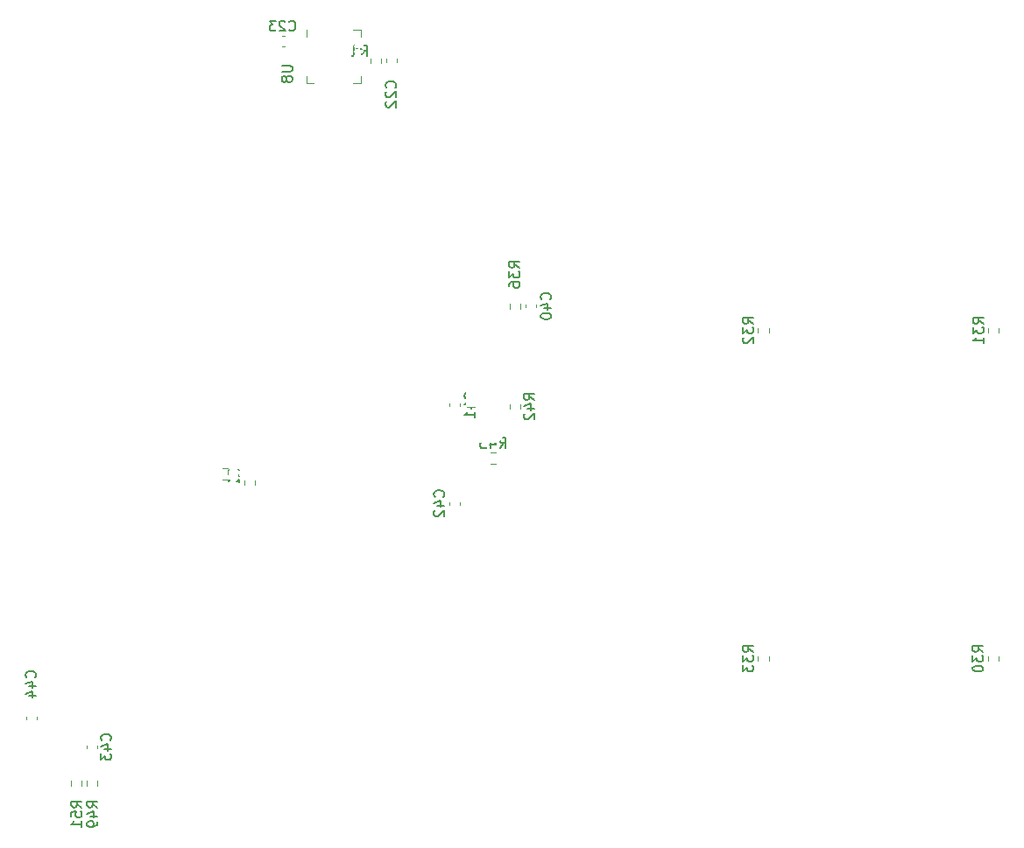
<source format=gbo>
G04 #@! TF.GenerationSoftware,KiCad,Pcbnew,(5.1.8)-1*
G04 #@! TF.CreationDate,2021-02-16T13:32:15+03:00*
G04 #@! TF.ProjectId,3d_print_main,33645f70-7269-46e7-945f-6d61696e2e6b,rev?*
G04 #@! TF.SameCoordinates,Original*
G04 #@! TF.FileFunction,Legend,Bot*
G04 #@! TF.FilePolarity,Positive*
%FSLAX46Y46*%
G04 Gerber Fmt 4.6, Leading zero omitted, Abs format (unit mm)*
G04 Created by KiCad (PCBNEW (5.1.8)-1) date 2021-02-16 13:32:15*
%MOMM*%
%LPD*%
G01*
G04 APERTURE LIST*
%ADD10C,0.120000*%
%ADD11C,0.150000*%
%ADD12O,1.902000X3.702000*%
%ADD13O,1.802000X1.802000*%
%ADD14C,2.102000*%
%ADD15C,1.852000*%
%ADD16C,1.802000*%
%ADD17O,3.702000X1.902000*%
%ADD18C,6.502000*%
%ADD19C,0.902000*%
%ADD20C,1.402000*%
%ADD21C,3.602000*%
%ADD22O,4.102000X3.102000*%
%ADD23C,1.552000*%
%ADD24O,1.302000X2.002000*%
%ADD25O,1.702000X1.702000*%
%ADD26O,2.302000X2.302000*%
%ADD27C,1.102000*%
G04 APERTURE END LIST*
D10*
X127268500Y-103298258D02*
X127268500Y-102823742D01*
X126223500Y-103298258D02*
X126223500Y-102823742D01*
X128792500Y-103298258D02*
X128792500Y-102823742D01*
X127747500Y-103298258D02*
X127747500Y-102823742D01*
X167306258Y-71105500D02*
X166831742Y-71105500D01*
X167306258Y-72150500D02*
X166831742Y-72150500D01*
X169686500Y-66848259D02*
X169686500Y-66373743D01*
X168641500Y-66848259D02*
X168641500Y-66373743D01*
X169686500Y-57176259D02*
X169686500Y-56701743D01*
X168641500Y-57176259D02*
X168641500Y-56701743D01*
X192672502Y-90757742D02*
X192672502Y-91232258D01*
X193717502Y-90757742D02*
X193717502Y-91232258D01*
X192672500Y-59007742D02*
X192672500Y-59482258D01*
X193717500Y-59007742D02*
X193717500Y-59482258D01*
X214897500Y-59007742D02*
X214897500Y-59482258D01*
X215942500Y-59007742D02*
X215942500Y-59482258D01*
X214869500Y-90757742D02*
X214869500Y-91232258D01*
X215914500Y-90757742D02*
X215914500Y-91232258D01*
X122938000Y-96901579D02*
X122938000Y-96620419D01*
X121918000Y-96901579D02*
X121918000Y-96620419D01*
X128780000Y-99695580D02*
X128780000Y-99414420D01*
X127760000Y-99695580D02*
X127760000Y-99414420D01*
X162812000Y-75854422D02*
X162812000Y-76135582D01*
X163832000Y-75854422D02*
X163832000Y-76135582D01*
X162812000Y-66329419D02*
X162812000Y-66610579D01*
X163832000Y-66329419D02*
X163832000Y-66610579D01*
X170178000Y-56755420D02*
X170178000Y-57036580D01*
X171198000Y-56755420D02*
X171198000Y-57036580D01*
X146671420Y-31752000D02*
X146952580Y-31752000D01*
X146671420Y-30732000D02*
X146952580Y-30732000D01*
X149028000Y-34651000D02*
X149028000Y-35376000D01*
X149028000Y-35376000D02*
X149753000Y-35376000D01*
X154248000Y-30881000D02*
X154248000Y-30156000D01*
X154248000Y-30156000D02*
X153523000Y-30156000D01*
X154248000Y-34651000D02*
X154248000Y-35376000D01*
X154248000Y-35376000D02*
X153523000Y-35376000D01*
X149028000Y-30881000D02*
X149028000Y-30156000D01*
X142987500Y-73739742D02*
X142987500Y-74214258D01*
X144032500Y-73739742D02*
X144032500Y-74214258D01*
X141398258Y-72629500D02*
X140923742Y-72629500D01*
X141398258Y-73674500D02*
X140923742Y-73674500D01*
X155179500Y-32937742D02*
X155179500Y-33412258D01*
X156224500Y-32937742D02*
X156224500Y-33412258D01*
X156716000Y-32984420D02*
X156716000Y-33265580D01*
X157736000Y-32984420D02*
X157736000Y-33265580D01*
D11*
X127297379Y-105403142D02*
X126821189Y-105069809D01*
X127297379Y-104831714D02*
X126297379Y-104831714D01*
X126297379Y-105212666D01*
X126344999Y-105307904D01*
X126392618Y-105355523D01*
X126487856Y-105403142D01*
X126630713Y-105403142D01*
X126725951Y-105355523D01*
X126773570Y-105307904D01*
X126821189Y-105212666D01*
X126821189Y-104831714D01*
X126297379Y-106307904D02*
X126297379Y-105831714D01*
X126773570Y-105784095D01*
X126725951Y-105831714D01*
X126678332Y-105926952D01*
X126678332Y-106165047D01*
X126725951Y-106260285D01*
X126773570Y-106307904D01*
X126868808Y-106355523D01*
X127106903Y-106355523D01*
X127202141Y-106307904D01*
X127249760Y-106260285D01*
X127297379Y-106165047D01*
X127297379Y-105926952D01*
X127249760Y-105831714D01*
X127202141Y-105784095D01*
X127297379Y-107307904D02*
X127297379Y-106736476D01*
X127297379Y-107022190D02*
X126297379Y-107022190D01*
X126440237Y-106926952D01*
X126535475Y-106831714D01*
X126583094Y-106736476D01*
X128821379Y-105403142D02*
X128345189Y-105069809D01*
X128821379Y-104831714D02*
X127821379Y-104831714D01*
X127821379Y-105212666D01*
X127868999Y-105307904D01*
X127916618Y-105355523D01*
X128011856Y-105403142D01*
X128154713Y-105403142D01*
X128249951Y-105355523D01*
X128297570Y-105307904D01*
X128345189Y-105212666D01*
X128345189Y-104831714D01*
X128154713Y-106260285D02*
X128821379Y-106260285D01*
X127773760Y-106022190D02*
X128488046Y-105784095D01*
X128488046Y-106403142D01*
X128821379Y-106831714D02*
X128821379Y-107022190D01*
X128773760Y-107117428D01*
X128726141Y-107165047D01*
X128583284Y-107260285D01*
X128392808Y-107307904D01*
X128011856Y-107307904D01*
X127916618Y-107260285D01*
X127868999Y-107212666D01*
X127821379Y-107117428D01*
X127821379Y-106926952D01*
X127868999Y-106831714D01*
X127916618Y-106784095D01*
X128011856Y-106736476D01*
X128249951Y-106736476D01*
X128345189Y-106784095D01*
X128392808Y-106831714D01*
X128440427Y-106926952D01*
X128440427Y-107117428D01*
X128392808Y-107212666D01*
X128345189Y-107260285D01*
X128249951Y-107307904D01*
X167711857Y-70650380D02*
X168045190Y-70174190D01*
X168283285Y-70650380D02*
X168283285Y-69650380D01*
X167902333Y-69650380D01*
X167807095Y-69698000D01*
X167759476Y-69745619D01*
X167711857Y-69840857D01*
X167711857Y-69983714D01*
X167759476Y-70078952D01*
X167807095Y-70126571D01*
X167902333Y-70174190D01*
X168283285Y-70174190D01*
X166854714Y-69983714D02*
X166854714Y-70650380D01*
X167092809Y-69602761D02*
X167330904Y-70317047D01*
X166711857Y-70317047D01*
X166426142Y-69650380D02*
X165807095Y-69650380D01*
X166140428Y-70031333D01*
X165997571Y-70031333D01*
X165902333Y-70078952D01*
X165854714Y-70126571D01*
X165807095Y-70221809D01*
X165807095Y-70459904D01*
X165854714Y-70555142D01*
X165902333Y-70602761D01*
X165997571Y-70650380D01*
X166283285Y-70650380D01*
X166378523Y-70602761D01*
X166426142Y-70555142D01*
X171046380Y-65968143D02*
X170570190Y-65634810D01*
X171046380Y-65396715D02*
X170046380Y-65396715D01*
X170046380Y-65777667D01*
X170094000Y-65872905D01*
X170141619Y-65920524D01*
X170236857Y-65968143D01*
X170379714Y-65968143D01*
X170474952Y-65920524D01*
X170522571Y-65872905D01*
X170570190Y-65777667D01*
X170570190Y-65396715D01*
X170379714Y-66825286D02*
X171046380Y-66825286D01*
X169998761Y-66587191D02*
X170713047Y-66349096D01*
X170713047Y-66968143D01*
X170141619Y-67301477D02*
X170094000Y-67349096D01*
X170046380Y-67444334D01*
X170046380Y-67682429D01*
X170094000Y-67777667D01*
X170141619Y-67825286D01*
X170236857Y-67872905D01*
X170332095Y-67872905D01*
X170474952Y-67825286D01*
X171046380Y-67253858D01*
X171046380Y-67872905D01*
X169616380Y-53205142D02*
X169140190Y-52871809D01*
X169616380Y-52633714D02*
X168616380Y-52633714D01*
X168616380Y-53014666D01*
X168664000Y-53109904D01*
X168711619Y-53157523D01*
X168806857Y-53205142D01*
X168949714Y-53205142D01*
X169044952Y-53157523D01*
X169092571Y-53109904D01*
X169140190Y-53014666D01*
X169140190Y-52633714D01*
X168616380Y-53538476D02*
X168616380Y-54157523D01*
X168997333Y-53824190D01*
X168997333Y-53967047D01*
X169044952Y-54062285D01*
X169092571Y-54109904D01*
X169187809Y-54157523D01*
X169425904Y-54157523D01*
X169521142Y-54109904D01*
X169568761Y-54062285D01*
X169616380Y-53967047D01*
X169616380Y-53681333D01*
X169568761Y-53586095D01*
X169521142Y-53538476D01*
X168616380Y-55014666D02*
X168616380Y-54824190D01*
X168664000Y-54728952D01*
X168711619Y-54681333D01*
X168854476Y-54586095D01*
X169044952Y-54538476D01*
X169425904Y-54538476D01*
X169521142Y-54586095D01*
X169568761Y-54633714D01*
X169616380Y-54728952D01*
X169616380Y-54919428D01*
X169568761Y-55014666D01*
X169521142Y-55062285D01*
X169425904Y-55109904D01*
X169187809Y-55109904D01*
X169092571Y-55062285D01*
X169044952Y-55014666D01*
X168997333Y-54919428D01*
X168997333Y-54728952D01*
X169044952Y-54633714D01*
X169092571Y-54586095D01*
X169187809Y-54538476D01*
X192217382Y-90352142D02*
X191741192Y-90018809D01*
X192217382Y-89780714D02*
X191217382Y-89780714D01*
X191217382Y-90161666D01*
X191265002Y-90256904D01*
X191312621Y-90304523D01*
X191407859Y-90352142D01*
X191550716Y-90352142D01*
X191645954Y-90304523D01*
X191693573Y-90256904D01*
X191741192Y-90161666D01*
X191741192Y-89780714D01*
X191217382Y-90685476D02*
X191217382Y-91304523D01*
X191598335Y-90971190D01*
X191598335Y-91114047D01*
X191645954Y-91209285D01*
X191693573Y-91256904D01*
X191788811Y-91304523D01*
X192026906Y-91304523D01*
X192122144Y-91256904D01*
X192169763Y-91209285D01*
X192217382Y-91114047D01*
X192217382Y-90828333D01*
X192169763Y-90733095D01*
X192122144Y-90685476D01*
X191217382Y-91637857D02*
X191217382Y-92256904D01*
X191598335Y-91923571D01*
X191598335Y-92066428D01*
X191645954Y-92161666D01*
X191693573Y-92209285D01*
X191788811Y-92256904D01*
X192026906Y-92256904D01*
X192122144Y-92209285D01*
X192169763Y-92161666D01*
X192217382Y-92066428D01*
X192217382Y-91780714D01*
X192169763Y-91685476D01*
X192122144Y-91637857D01*
X192217380Y-58602142D02*
X191741190Y-58268809D01*
X192217380Y-58030714D02*
X191217380Y-58030714D01*
X191217380Y-58411666D01*
X191265000Y-58506904D01*
X191312619Y-58554523D01*
X191407857Y-58602142D01*
X191550714Y-58602142D01*
X191645952Y-58554523D01*
X191693571Y-58506904D01*
X191741190Y-58411666D01*
X191741190Y-58030714D01*
X191217380Y-58935476D02*
X191217380Y-59554523D01*
X191598333Y-59221190D01*
X191598333Y-59364047D01*
X191645952Y-59459285D01*
X191693571Y-59506904D01*
X191788809Y-59554523D01*
X192026904Y-59554523D01*
X192122142Y-59506904D01*
X192169761Y-59459285D01*
X192217380Y-59364047D01*
X192217380Y-59078333D01*
X192169761Y-58983095D01*
X192122142Y-58935476D01*
X191312619Y-59935476D02*
X191265000Y-59983095D01*
X191217380Y-60078333D01*
X191217380Y-60316428D01*
X191265000Y-60411666D01*
X191312619Y-60459285D01*
X191407857Y-60506904D01*
X191503095Y-60506904D01*
X191645952Y-60459285D01*
X192217380Y-59887857D01*
X192217380Y-60506904D01*
X214442380Y-58602142D02*
X213966190Y-58268809D01*
X214442380Y-58030714D02*
X213442380Y-58030714D01*
X213442380Y-58411666D01*
X213490000Y-58506904D01*
X213537619Y-58554523D01*
X213632857Y-58602142D01*
X213775714Y-58602142D01*
X213870952Y-58554523D01*
X213918571Y-58506904D01*
X213966190Y-58411666D01*
X213966190Y-58030714D01*
X213442380Y-58935476D02*
X213442380Y-59554523D01*
X213823333Y-59221190D01*
X213823333Y-59364047D01*
X213870952Y-59459285D01*
X213918571Y-59506904D01*
X214013809Y-59554523D01*
X214251904Y-59554523D01*
X214347142Y-59506904D01*
X214394761Y-59459285D01*
X214442380Y-59364047D01*
X214442380Y-59078333D01*
X214394761Y-58983095D01*
X214347142Y-58935476D01*
X214442380Y-60506904D02*
X214442380Y-59935476D01*
X214442380Y-60221190D02*
X213442380Y-60221190D01*
X213585238Y-60125952D01*
X213680476Y-60030714D01*
X213728095Y-59935476D01*
X214414380Y-90352142D02*
X213938190Y-90018809D01*
X214414380Y-89780714D02*
X213414380Y-89780714D01*
X213414380Y-90161666D01*
X213462000Y-90256904D01*
X213509619Y-90304523D01*
X213604857Y-90352142D01*
X213747714Y-90352142D01*
X213842952Y-90304523D01*
X213890571Y-90256904D01*
X213938190Y-90161666D01*
X213938190Y-89780714D01*
X213414380Y-90685476D02*
X213414380Y-91304523D01*
X213795333Y-90971190D01*
X213795333Y-91114047D01*
X213842952Y-91209285D01*
X213890571Y-91256904D01*
X213985809Y-91304523D01*
X214223904Y-91304523D01*
X214319142Y-91256904D01*
X214366761Y-91209285D01*
X214414380Y-91114047D01*
X214414380Y-90828333D01*
X214366761Y-90733095D01*
X214319142Y-90685476D01*
X213414380Y-91923571D02*
X213414380Y-92018809D01*
X213462000Y-92114047D01*
X213509619Y-92161666D01*
X213604857Y-92209285D01*
X213795333Y-92256904D01*
X214033428Y-92256904D01*
X214223904Y-92209285D01*
X214319142Y-92161666D01*
X214366761Y-92114047D01*
X214414380Y-92018809D01*
X214414380Y-91923571D01*
X214366761Y-91828333D01*
X214319142Y-91780714D01*
X214223904Y-91733095D01*
X214033428Y-91685476D01*
X213795333Y-91685476D01*
X213604857Y-91733095D01*
X213509619Y-91780714D01*
X213462000Y-91828333D01*
X213414380Y-91923571D01*
X122785142Y-92829142D02*
X122832761Y-92781523D01*
X122880380Y-92638666D01*
X122880380Y-92543428D01*
X122832761Y-92400571D01*
X122737523Y-92305333D01*
X122642285Y-92257714D01*
X122451809Y-92210095D01*
X122308952Y-92210095D01*
X122118476Y-92257714D01*
X122023238Y-92305333D01*
X121928000Y-92400571D01*
X121880380Y-92543428D01*
X121880380Y-92638666D01*
X121928000Y-92781523D01*
X121975619Y-92829142D01*
X122213714Y-93686285D02*
X122880380Y-93686285D01*
X121832761Y-93448190D02*
X122547047Y-93210095D01*
X122547047Y-93829142D01*
X122213714Y-94638666D02*
X122880380Y-94638666D01*
X121832761Y-94400571D02*
X122547047Y-94162476D01*
X122547047Y-94781523D01*
X130057142Y-98912142D02*
X130104761Y-98864523D01*
X130152380Y-98721666D01*
X130152380Y-98626428D01*
X130104761Y-98483571D01*
X130009523Y-98388333D01*
X129914285Y-98340714D01*
X129723809Y-98293095D01*
X129580952Y-98293095D01*
X129390476Y-98340714D01*
X129295238Y-98388333D01*
X129200000Y-98483571D01*
X129152380Y-98626428D01*
X129152380Y-98721666D01*
X129200000Y-98864523D01*
X129247619Y-98912142D01*
X129485714Y-99769285D02*
X130152380Y-99769285D01*
X129104761Y-99531190D02*
X129819047Y-99293095D01*
X129819047Y-99912142D01*
X129152380Y-100197857D02*
X129152380Y-100816904D01*
X129533333Y-100483571D01*
X129533333Y-100626428D01*
X129580952Y-100721666D01*
X129628571Y-100769285D01*
X129723809Y-100816904D01*
X129961904Y-100816904D01*
X130057142Y-100769285D01*
X130104761Y-100721666D01*
X130152380Y-100626428D01*
X130152380Y-100340714D01*
X130104761Y-100245476D01*
X130057142Y-100197857D01*
X162249142Y-75352144D02*
X162296761Y-75304525D01*
X162344380Y-75161668D01*
X162344380Y-75066430D01*
X162296761Y-74923573D01*
X162201523Y-74828335D01*
X162106285Y-74780716D01*
X161915809Y-74733097D01*
X161772952Y-74733097D01*
X161582476Y-74780716D01*
X161487238Y-74828335D01*
X161392000Y-74923573D01*
X161344380Y-75066430D01*
X161344380Y-75161668D01*
X161392000Y-75304525D01*
X161439619Y-75352144D01*
X161677714Y-76209287D02*
X162344380Y-76209287D01*
X161296761Y-75971192D02*
X162011047Y-75733097D01*
X162011047Y-76352144D01*
X161439619Y-76685478D02*
X161392000Y-76733097D01*
X161344380Y-76828335D01*
X161344380Y-77066430D01*
X161392000Y-77161668D01*
X161439619Y-77209287D01*
X161534857Y-77256906D01*
X161630095Y-77256906D01*
X161772952Y-77209287D01*
X162344380Y-76637859D01*
X162344380Y-77256906D01*
X165203142Y-65814140D02*
X165250761Y-65766521D01*
X165298380Y-65623664D01*
X165298380Y-65528426D01*
X165250761Y-65385569D01*
X165155523Y-65290331D01*
X165060285Y-65242712D01*
X164869809Y-65195093D01*
X164726952Y-65195093D01*
X164536476Y-65242712D01*
X164441238Y-65290331D01*
X164346000Y-65385569D01*
X164298380Y-65528426D01*
X164298380Y-65623664D01*
X164346000Y-65766521D01*
X164393619Y-65814140D01*
X164631714Y-66671283D02*
X165298380Y-66671283D01*
X164250761Y-66433188D02*
X164965047Y-66195093D01*
X164965047Y-66814140D01*
X165298380Y-67718902D02*
X165298380Y-67147474D01*
X165298380Y-67433188D02*
X164298380Y-67433188D01*
X164441238Y-67337950D01*
X164536476Y-67242712D01*
X164584095Y-67147474D01*
X172569142Y-56253142D02*
X172616761Y-56205523D01*
X172664380Y-56062666D01*
X172664380Y-55967428D01*
X172616761Y-55824571D01*
X172521523Y-55729333D01*
X172426285Y-55681714D01*
X172235809Y-55634095D01*
X172092952Y-55634095D01*
X171902476Y-55681714D01*
X171807238Y-55729333D01*
X171712000Y-55824571D01*
X171664380Y-55967428D01*
X171664380Y-56062666D01*
X171712000Y-56205523D01*
X171759619Y-56253142D01*
X171997714Y-57110285D02*
X172664380Y-57110285D01*
X171616761Y-56872190D02*
X172331047Y-56634095D01*
X172331047Y-57253142D01*
X171664380Y-57824571D02*
X171664380Y-57919809D01*
X171712000Y-58015047D01*
X171759619Y-58062666D01*
X171854857Y-58110285D01*
X172045333Y-58157904D01*
X172283428Y-58157904D01*
X172473904Y-58110285D01*
X172569142Y-58062666D01*
X172616761Y-58015047D01*
X172664380Y-57919809D01*
X172664380Y-57824571D01*
X172616761Y-57729333D01*
X172569142Y-57681714D01*
X172473904Y-57634095D01*
X172283428Y-57586476D01*
X172045333Y-57586476D01*
X171854857Y-57634095D01*
X171759619Y-57681714D01*
X171712000Y-57729333D01*
X171664380Y-57824571D01*
X147340857Y-30202142D02*
X147388476Y-30249761D01*
X147531333Y-30297380D01*
X147626571Y-30297380D01*
X147769428Y-30249761D01*
X147864666Y-30154523D01*
X147912285Y-30059285D01*
X147959904Y-29868809D01*
X147959904Y-29725952D01*
X147912285Y-29535476D01*
X147864666Y-29440238D01*
X147769428Y-29345000D01*
X147626571Y-29297380D01*
X147531333Y-29297380D01*
X147388476Y-29345000D01*
X147340857Y-29392619D01*
X146959904Y-29392619D02*
X146912285Y-29345000D01*
X146817047Y-29297380D01*
X146578952Y-29297380D01*
X146483714Y-29345000D01*
X146436095Y-29392619D01*
X146388476Y-29487857D01*
X146388476Y-29583095D01*
X146436095Y-29725952D01*
X147007523Y-30297380D01*
X146388476Y-30297380D01*
X146055142Y-29297380D02*
X145436095Y-29297380D01*
X145769428Y-29678333D01*
X145626571Y-29678333D01*
X145531333Y-29725952D01*
X145483714Y-29773571D01*
X145436095Y-29868809D01*
X145436095Y-30106904D01*
X145483714Y-30202142D01*
X145531333Y-30249761D01*
X145626571Y-30297380D01*
X145912285Y-30297380D01*
X146007523Y-30249761D01*
X146055142Y-30202142D01*
X146645380Y-33655095D02*
X147454904Y-33655095D01*
X147550142Y-33702714D01*
X147597761Y-33750333D01*
X147645380Y-33845571D01*
X147645380Y-34036047D01*
X147597761Y-34131285D01*
X147550142Y-34178904D01*
X147454904Y-34226523D01*
X146645380Y-34226523D01*
X147073952Y-34845571D02*
X147026333Y-34750333D01*
X146978714Y-34702714D01*
X146883476Y-34655095D01*
X146835857Y-34655095D01*
X146740619Y-34702714D01*
X146693000Y-34750333D01*
X146645380Y-34845571D01*
X146645380Y-35036047D01*
X146693000Y-35131285D01*
X146740619Y-35178904D01*
X146835857Y-35226523D01*
X146883476Y-35226523D01*
X146978714Y-35178904D01*
X147026333Y-35131285D01*
X147073952Y-35036047D01*
X147073952Y-34845571D01*
X147121571Y-34750333D01*
X147169190Y-34702714D01*
X147264428Y-34655095D01*
X147454904Y-34655095D01*
X147550142Y-34702714D01*
X147597761Y-34750333D01*
X147645380Y-34845571D01*
X147645380Y-35036047D01*
X147597761Y-35131285D01*
X147550142Y-35178904D01*
X147454904Y-35226523D01*
X147264428Y-35226523D01*
X147169190Y-35178904D01*
X147121571Y-35131285D01*
X147073952Y-35036047D01*
X142532380Y-73334142D02*
X142056190Y-73000809D01*
X142532380Y-72762714D02*
X141532380Y-72762714D01*
X141532380Y-73143666D01*
X141580000Y-73238904D01*
X141627619Y-73286523D01*
X141722857Y-73334142D01*
X141865714Y-73334142D01*
X141960952Y-73286523D01*
X142008571Y-73238904D01*
X142056190Y-73143666D01*
X142056190Y-72762714D01*
X141627619Y-73715095D02*
X141580000Y-73762714D01*
X141532380Y-73857952D01*
X141532380Y-74096047D01*
X141580000Y-74191285D01*
X141627619Y-74238904D01*
X141722857Y-74286523D01*
X141818095Y-74286523D01*
X141960952Y-74238904D01*
X142532380Y-73667476D01*
X142532380Y-74286523D01*
X141532380Y-75143666D02*
X141532380Y-74953190D01*
X141580000Y-74857952D01*
X141627619Y-74810333D01*
X141770476Y-74715095D01*
X141960952Y-74667476D01*
X142341904Y-74667476D01*
X142437142Y-74715095D01*
X142484761Y-74762714D01*
X142532380Y-74857952D01*
X142532380Y-75048428D01*
X142484761Y-75143666D01*
X142437142Y-75191285D01*
X142341904Y-75238904D01*
X142103809Y-75238904D01*
X142008571Y-75191285D01*
X141960952Y-75143666D01*
X141913333Y-75048428D01*
X141913333Y-74857952D01*
X141960952Y-74762714D01*
X142008571Y-74715095D01*
X142103809Y-74667476D01*
X141803857Y-72174380D02*
X142137190Y-71698190D01*
X142375285Y-72174380D02*
X142375285Y-71174380D01*
X141994333Y-71174380D01*
X141899095Y-71222000D01*
X141851476Y-71269619D01*
X141803857Y-71364857D01*
X141803857Y-71507714D01*
X141851476Y-71602952D01*
X141899095Y-71650571D01*
X141994333Y-71698190D01*
X142375285Y-71698190D01*
X141422904Y-71269619D02*
X141375285Y-71222000D01*
X141280047Y-71174380D01*
X141041952Y-71174380D01*
X140946714Y-71222000D01*
X140899095Y-71269619D01*
X140851476Y-71364857D01*
X140851476Y-71460095D01*
X140899095Y-71602952D01*
X141470523Y-72174380D01*
X140851476Y-72174380D01*
X139946714Y-71174380D02*
X140422904Y-71174380D01*
X140470523Y-71650571D01*
X140422904Y-71602952D01*
X140327666Y-71555333D01*
X140089571Y-71555333D01*
X139994333Y-71602952D01*
X139946714Y-71650571D01*
X139899095Y-71745809D01*
X139899095Y-71983904D01*
X139946714Y-72079142D01*
X139994333Y-72126761D01*
X140089571Y-72174380D01*
X140327666Y-72174380D01*
X140422904Y-72126761D01*
X140470523Y-72079142D01*
X154312857Y-32674380D02*
X154646190Y-32198190D01*
X154884285Y-32674380D02*
X154884285Y-31674380D01*
X154503333Y-31674380D01*
X154408095Y-31722000D01*
X154360476Y-31769619D01*
X154312857Y-31864857D01*
X154312857Y-32007714D01*
X154360476Y-32102952D01*
X154408095Y-32150571D01*
X154503333Y-32198190D01*
X154884285Y-32198190D01*
X153360476Y-32674380D02*
X153931904Y-32674380D01*
X153646190Y-32674380D02*
X153646190Y-31674380D01*
X153741428Y-31817238D01*
X153836666Y-31912476D01*
X153931904Y-31960095D01*
X152789047Y-32102952D02*
X152884285Y-32055333D01*
X152931904Y-32007714D01*
X152979523Y-31912476D01*
X152979523Y-31864857D01*
X152931904Y-31769619D01*
X152884285Y-31722000D01*
X152789047Y-31674380D01*
X152598571Y-31674380D01*
X152503333Y-31722000D01*
X152455714Y-31769619D01*
X152408095Y-31864857D01*
X152408095Y-31912476D01*
X152455714Y-32007714D01*
X152503333Y-32055333D01*
X152598571Y-32102952D01*
X152789047Y-32102952D01*
X152884285Y-32150571D01*
X152931904Y-32198190D01*
X152979523Y-32293428D01*
X152979523Y-32483904D01*
X152931904Y-32579142D01*
X152884285Y-32626761D01*
X152789047Y-32674380D01*
X152598571Y-32674380D01*
X152503333Y-32626761D01*
X152455714Y-32579142D01*
X152408095Y-32483904D01*
X152408095Y-32293428D01*
X152455714Y-32198190D01*
X152503333Y-32150571D01*
X152598571Y-32102952D01*
X157583142Y-35771141D02*
X157630761Y-35723522D01*
X157678380Y-35580665D01*
X157678380Y-35485427D01*
X157630761Y-35342570D01*
X157535523Y-35247332D01*
X157440285Y-35199713D01*
X157249809Y-35152094D01*
X157106952Y-35152094D01*
X156916476Y-35199713D01*
X156821238Y-35247332D01*
X156726000Y-35342570D01*
X156678380Y-35485427D01*
X156678380Y-35580665D01*
X156726000Y-35723522D01*
X156773619Y-35771141D01*
X156773619Y-36152094D02*
X156726000Y-36199713D01*
X156678380Y-36294951D01*
X156678380Y-36533046D01*
X156726000Y-36628284D01*
X156773619Y-36675903D01*
X156868857Y-36723522D01*
X156964095Y-36723522D01*
X157106952Y-36675903D01*
X157678380Y-36104475D01*
X157678380Y-36723522D01*
X156773619Y-37104475D02*
X156726000Y-37152094D01*
X156678380Y-37247332D01*
X156678380Y-37485427D01*
X156726000Y-37580665D01*
X156773619Y-37628284D01*
X156868857Y-37675903D01*
X156964095Y-37675903D01*
X157106952Y-37628284D01*
X157678380Y-37056856D01*
X157678380Y-37675903D01*
%LPC*%
G36*
G01*
X165289000Y-114745166D02*
X165289000Y-117918834D01*
G75*
G02*
X165024834Y-118183000I-264166J0D01*
G01*
X163651166Y-118183000D01*
G75*
G02*
X163387000Y-117918834I0J264166D01*
G01*
X163387000Y-114745166D01*
G75*
G02*
X163651166Y-114481000I264166J0D01*
G01*
X165024834Y-114481000D01*
G75*
G02*
X165289000Y-114745166I0J-264166D01*
G01*
G37*
D12*
X160838000Y-116332000D03*
D13*
X228092000Y-27178000D03*
X225552000Y-27178000D03*
X223012000Y-27178000D03*
G36*
G01*
X221322000Y-28079000D02*
X219622000Y-28079000D01*
G75*
G02*
X219571000Y-28028000I0J51000D01*
G01*
X219571000Y-26328000D01*
G75*
G02*
X219622000Y-26277000I51000J0D01*
G01*
X221322000Y-26277000D01*
G75*
G02*
X221373000Y-26328000I0J-51000D01*
G01*
X221373000Y-28028000D01*
G75*
G02*
X221322000Y-28079000I-51000J0D01*
G01*
G37*
X205895002Y-27178000D03*
X203355002Y-27178000D03*
X200815002Y-27178000D03*
G36*
G01*
X199125002Y-28079000D02*
X197425002Y-28079000D01*
G75*
G02*
X197374002Y-28028000I0J51000D01*
G01*
X197374002Y-26328000D01*
G75*
G02*
X197425002Y-26277000I51000J0D01*
G01*
X199125002Y-26277000D01*
G75*
G02*
X199176002Y-26328000I0J-51000D01*
G01*
X199176002Y-28028000D01*
G75*
G02*
X199125002Y-28079000I-51000J0D01*
G01*
G37*
D14*
X228120000Y-43160000D03*
X225580000Y-43160000D03*
X223040000Y-43160000D03*
X220500000Y-43160000D03*
X217960000Y-43160000D03*
X215420000Y-43160000D03*
X212880000Y-43160000D03*
X210340000Y-43160000D03*
X210340000Y-30460000D03*
X212880000Y-30460000D03*
X215420000Y-30460000D03*
X217960000Y-30460000D03*
X220500000Y-30460000D03*
X223040000Y-30460000D03*
X225580000Y-30460000D03*
X228120000Y-30460000D03*
D15*
X179733000Y-30587000D03*
X179733000Y-33127000D03*
X179733000Y-35667000D03*
X179733000Y-38207000D03*
X179733000Y-40747000D03*
X179733000Y-43287000D03*
X159413000Y-43287000D03*
X159413000Y-40747000D03*
X159413000Y-38207000D03*
X159413000Y-35667000D03*
X159413000Y-33127000D03*
X159413000Y-30587000D03*
D16*
X115062000Y-48260000D03*
X115062000Y-45720000D03*
X115062000Y-43180000D03*
X115062000Y-40640000D03*
X112522000Y-48260000D03*
X112522000Y-45720000D03*
X112522000Y-43180000D03*
G36*
G01*
X111621000Y-41276000D02*
X111621000Y-40004000D01*
G75*
G02*
X111886000Y-39739000I265000J0D01*
G01*
X113158000Y-39739000D01*
G75*
G02*
X113423000Y-40004000I0J-265000D01*
G01*
X113423000Y-41276000D01*
G75*
G02*
X113158000Y-41541000I-265000J0D01*
G01*
X111886000Y-41541000D01*
G75*
G02*
X111621000Y-41276000I0J265000D01*
G01*
G37*
G36*
G01*
X140907166Y-98165002D02*
X144080834Y-98165002D01*
G75*
G02*
X144345000Y-98429168I0J-264166D01*
G01*
X144345000Y-99802836D01*
G75*
G02*
X144080834Y-100067002I-264166J0D01*
G01*
X140907166Y-100067002D01*
G75*
G02*
X140643000Y-99802836I0J264166D01*
G01*
X140643000Y-98429168D01*
G75*
G02*
X140907166Y-98165002I264166J0D01*
G01*
G37*
D17*
X142494000Y-102616002D03*
X142494000Y-106116002D03*
G36*
G01*
X140907166Y-88711000D02*
X144080834Y-88711000D01*
G75*
G02*
X144345000Y-88975166I0J-264166D01*
G01*
X144345000Y-90348834D01*
G75*
G02*
X144080834Y-90613000I-264166J0D01*
G01*
X140907166Y-90613000D01*
G75*
G02*
X140643000Y-90348834I0J264166D01*
G01*
X140643000Y-88975166D01*
G75*
G02*
X140907166Y-88711000I264166J0D01*
G01*
G37*
X142494000Y-93162000D03*
G36*
G01*
X140907166Y-79313000D02*
X144080834Y-79313000D01*
G75*
G02*
X144345000Y-79577166I0J-264166D01*
G01*
X144345000Y-80950834D01*
G75*
G02*
X144080834Y-81215000I-264166J0D01*
G01*
X140907166Y-81215000D01*
G75*
G02*
X140643000Y-80950834I0J264166D01*
G01*
X140643000Y-79577166D01*
G75*
G02*
X140907166Y-79313000I264166J0D01*
G01*
G37*
X142494000Y-83764000D03*
D16*
X123952000Y-89916000D03*
X123952000Y-92456000D03*
X123952000Y-94996000D03*
X123952000Y-97536000D03*
X123952000Y-100076000D03*
X126492000Y-89916000D03*
X126492000Y-92456000D03*
X126492000Y-94996000D03*
X126492000Y-97536000D03*
G36*
G01*
X127393000Y-99440000D02*
X127393000Y-100712000D01*
G75*
G02*
X127128000Y-100977000I-265000J0D01*
G01*
X125856000Y-100977000D01*
G75*
G02*
X125591000Y-100712000I0J265000D01*
G01*
X125591000Y-99440000D01*
G75*
G02*
X125856000Y-99175000I265000J0D01*
G01*
X127128000Y-99175000D01*
G75*
G02*
X127393000Y-99440000I0J-265000D01*
G01*
G37*
D18*
X125984000Y-28956000D03*
D19*
X128384000Y-28956000D03*
X127681056Y-30653056D03*
X125984000Y-31356000D03*
X124286944Y-30653056D03*
X123584000Y-28956000D03*
X124286944Y-27258944D03*
X125984000Y-26556000D03*
X127681056Y-27258944D03*
D20*
X152344000Y-42974000D03*
X150844000Y-42974000D03*
X149344000Y-42974000D03*
X147844000Y-42974000D03*
D21*
X58420000Y-110998000D03*
D22*
X64820000Y-116498000D03*
X64820000Y-105498000D03*
X64820000Y-110998000D03*
D17*
X141124999Y-74910003D03*
X141124999Y-71410003D03*
G36*
G01*
X139538165Y-66959003D02*
X142711833Y-66959003D01*
G75*
G02*
X142975999Y-67223169I0J-264166D01*
G01*
X142975999Y-68596837D01*
G75*
G02*
X142711833Y-68861003I-264166J0D01*
G01*
X139538165Y-68861003D01*
G75*
G02*
X139273999Y-68596837I0J264166D01*
G01*
X139273999Y-67223169D01*
G75*
G02*
X139538165Y-66959003I264166J0D01*
G01*
G37*
D12*
X97818000Y-116320000D03*
G36*
G01*
X102579000Y-114733166D02*
X102579000Y-117906834D01*
G75*
G02*
X102314834Y-118171000I-264166J0D01*
G01*
X100941166Y-118171000D01*
G75*
G02*
X100677000Y-117906834I0J264166D01*
G01*
X100677000Y-114733166D01*
G75*
G02*
X100941166Y-114469000I264166J0D01*
G01*
X102314834Y-114469000D01*
G75*
G02*
X102579000Y-114733166I0J-264166D01*
G01*
G37*
X109220000Y-97028000D03*
X105410000Y-97028000D03*
X101600000Y-97028000D03*
G36*
G01*
X96839000Y-98614834D02*
X96839000Y-95441166D01*
G75*
G02*
X97103166Y-95177000I264166J0D01*
G01*
X98476834Y-95177000D01*
G75*
G02*
X98741000Y-95441166I0J-264166D01*
G01*
X98741000Y-98614834D01*
G75*
G02*
X98476834Y-98879000I-264166J0D01*
G01*
X97103166Y-98879000D01*
G75*
G02*
X96839000Y-98614834I0J264166D01*
G01*
G37*
D23*
X154138000Y-27878500D03*
X149138000Y-27878500D03*
D24*
X155138000Y-25178500D03*
X148138000Y-25178500D03*
G36*
G01*
X89820000Y-57377000D02*
X89820000Y-59677000D01*
G75*
G02*
X89769000Y-59728000I-51000J0D01*
G01*
X83769000Y-59728000D01*
G75*
G02*
X83718000Y-59677000I0J51000D01*
G01*
X83718000Y-57377000D01*
G75*
G02*
X83769000Y-57326000I51000J0D01*
G01*
X89769000Y-57326000D01*
G75*
G02*
X89820000Y-57377000I0J-51000D01*
G01*
G37*
G36*
G01*
X89820000Y-65632000D02*
X89820000Y-67932000D01*
G75*
G02*
X89769000Y-67983000I-51000J0D01*
G01*
X83769000Y-67983000D01*
G75*
G02*
X83718000Y-67932000I0J51000D01*
G01*
X83718000Y-65632000D01*
G75*
G02*
X83769000Y-65581000I51000J0D01*
G01*
X89769000Y-65581000D01*
G75*
G02*
X89820000Y-65632000I0J-51000D01*
G01*
G37*
D25*
X144780000Y-33274000D03*
G36*
G01*
X143980000Y-24803000D02*
X145580000Y-24803000D01*
G75*
G02*
X145631000Y-24854000I0J-51000D01*
G01*
X145631000Y-26454000D01*
G75*
G02*
X145580000Y-26505000I-51000J0D01*
G01*
X143980000Y-26505000D01*
G75*
G02*
X143929000Y-26454000I0J51000D01*
G01*
X143929000Y-24854000D01*
G75*
G02*
X143980000Y-24803000I51000J0D01*
G01*
G37*
D18*
X136017000Y-117856000D03*
D19*
X138417000Y-117856000D03*
X137714056Y-119553056D03*
X136017000Y-120256000D03*
X134319944Y-119553056D03*
X133617000Y-117856000D03*
X134319944Y-116158944D03*
X136017000Y-115456000D03*
X137714056Y-116158944D03*
G36*
G01*
X76284000Y-102116000D02*
X74084000Y-102116000D01*
G75*
G02*
X74033000Y-102065000I0J51000D01*
G01*
X74033000Y-99865000D01*
G75*
G02*
X74084000Y-99814000I51000J0D01*
G01*
X76284000Y-99814000D01*
G75*
G02*
X76335000Y-99865000I0J-51000D01*
G01*
X76335000Y-102065000D01*
G75*
G02*
X76284000Y-102116000I-51000J0D01*
G01*
G37*
D26*
X75184000Y-93345000D03*
G36*
G01*
X143879000Y-38950000D02*
X143879000Y-37250000D01*
G75*
G02*
X143930000Y-37199000I51000J0D01*
G01*
X145630000Y-37199000D01*
G75*
G02*
X145681000Y-37250000I0J-51000D01*
G01*
X145681000Y-38950000D01*
G75*
G02*
X145630000Y-39001000I-51000J0D01*
G01*
X143930000Y-39001000D01*
G75*
G02*
X143879000Y-38950000I0J51000D01*
G01*
G37*
D14*
X205895002Y-43160000D03*
X203355002Y-43160000D03*
X200815002Y-43160000D03*
X198275002Y-43160000D03*
X195735002Y-43160000D03*
X193195002Y-43160000D03*
X190655002Y-43160000D03*
X188115002Y-43160000D03*
X188115002Y-30460000D03*
X190655002Y-30460000D03*
X193195002Y-30460000D03*
X195735002Y-30460000D03*
X198275002Y-30460000D03*
X200815002Y-30460000D03*
X203355002Y-30460000D03*
X205895002Y-30460000D03*
X205895000Y-74910000D03*
X203355000Y-74910000D03*
X200815000Y-74910000D03*
X198275000Y-74910000D03*
X195735000Y-74910000D03*
X193195000Y-74910000D03*
X190655000Y-74910000D03*
X188115000Y-74910000D03*
X188115000Y-62210000D03*
X190655000Y-62210000D03*
X193195000Y-62210000D03*
X195735000Y-62210000D03*
X198275000Y-62210000D03*
X200815000Y-62210000D03*
X203355000Y-62210000D03*
X205895000Y-62210000D03*
X205895002Y-106660002D03*
X203355002Y-106660002D03*
X200815002Y-106660002D03*
X198275002Y-106660002D03*
X195735002Y-106660002D03*
X193195002Y-106660002D03*
X190655002Y-106660002D03*
X188115002Y-106660002D03*
X188115002Y-93960002D03*
X190655002Y-93960002D03*
X193195002Y-93960002D03*
X195735002Y-93960002D03*
X198275002Y-93960002D03*
X200815002Y-93960002D03*
X203355002Y-93960002D03*
X205895002Y-93960002D03*
X228119998Y-106660000D03*
X225579998Y-106660000D03*
X223039998Y-106660000D03*
X220499998Y-106660000D03*
X217959998Y-106660000D03*
X215419998Y-106660000D03*
X212879998Y-106660000D03*
X210339998Y-106660000D03*
X210339998Y-93960000D03*
X212879998Y-93960000D03*
X215419998Y-93960000D03*
X217959998Y-93960000D03*
X220499998Y-93960000D03*
X223039998Y-93960000D03*
X225579998Y-93960000D03*
X228119998Y-93960000D03*
X228120000Y-74910000D03*
X225580000Y-74910000D03*
X223040000Y-74910000D03*
X220500000Y-74910000D03*
X217960000Y-74910000D03*
X215420000Y-74910000D03*
X212880000Y-74910000D03*
X210340000Y-74910000D03*
X210340000Y-62210000D03*
X212880000Y-62210000D03*
X215420000Y-62210000D03*
X217960000Y-62210000D03*
X220500000Y-62210000D03*
X223040000Y-62210000D03*
X225580000Y-62210000D03*
X228120000Y-62210000D03*
G36*
G01*
X127046500Y-102687000D02*
X126445500Y-102687000D01*
G75*
G02*
X126220000Y-102461500I0J225500D01*
G01*
X126220000Y-102010500D01*
G75*
G02*
X126445500Y-101785000I225500J0D01*
G01*
X127046500Y-101785000D01*
G75*
G02*
X127272000Y-102010500I0J-225500D01*
G01*
X127272000Y-102461500D01*
G75*
G02*
X127046500Y-102687000I-225500J0D01*
G01*
G37*
G36*
G01*
X127046500Y-104337000D02*
X126445500Y-104337000D01*
G75*
G02*
X126220000Y-104111500I0J225500D01*
G01*
X126220000Y-103660500D01*
G75*
G02*
X126445500Y-103435000I225500J0D01*
G01*
X127046500Y-103435000D01*
G75*
G02*
X127272000Y-103660500I0J-225500D01*
G01*
X127272000Y-104111500D01*
G75*
G02*
X127046500Y-104337000I-225500J0D01*
G01*
G37*
G36*
G01*
X128570500Y-102687000D02*
X127969500Y-102687000D01*
G75*
G02*
X127744000Y-102461500I0J225500D01*
G01*
X127744000Y-102010500D01*
G75*
G02*
X127969500Y-101785000I225500J0D01*
G01*
X128570500Y-101785000D01*
G75*
G02*
X128796000Y-102010500I0J-225500D01*
G01*
X128796000Y-102461500D01*
G75*
G02*
X128570500Y-102687000I-225500J0D01*
G01*
G37*
G36*
G01*
X128570500Y-104337000D02*
X127969500Y-104337000D01*
G75*
G02*
X127744000Y-104111500I0J225500D01*
G01*
X127744000Y-103660500D01*
G75*
G02*
X127969500Y-103435000I225500J0D01*
G01*
X128570500Y-103435000D01*
G75*
G02*
X128796000Y-103660500I0J-225500D01*
G01*
X128796000Y-104111500D01*
G75*
G02*
X128570500Y-104337000I-225500J0D01*
G01*
G37*
G36*
G01*
X166695000Y-71327500D02*
X166695000Y-71928500D01*
G75*
G02*
X166469500Y-72154000I-225500J0D01*
G01*
X166018500Y-72154000D01*
G75*
G02*
X165793000Y-71928500I0J225500D01*
G01*
X165793000Y-71327500D01*
G75*
G02*
X166018500Y-71102000I225500J0D01*
G01*
X166469500Y-71102000D01*
G75*
G02*
X166695000Y-71327500I0J-225500D01*
G01*
G37*
G36*
G01*
X168345000Y-71327500D02*
X168345000Y-71928500D01*
G75*
G02*
X168119500Y-72154000I-225500J0D01*
G01*
X167668500Y-72154000D01*
G75*
G02*
X167443000Y-71928500I0J225500D01*
G01*
X167443000Y-71327500D01*
G75*
G02*
X167668500Y-71102000I225500J0D01*
G01*
X168119500Y-71102000D01*
G75*
G02*
X168345000Y-71327500I0J-225500D01*
G01*
G37*
G36*
G01*
X169464500Y-66237001D02*
X168863500Y-66237001D01*
G75*
G02*
X168638000Y-66011501I0J225500D01*
G01*
X168638000Y-65560501D01*
G75*
G02*
X168863500Y-65335001I225500J0D01*
G01*
X169464500Y-65335001D01*
G75*
G02*
X169690000Y-65560501I0J-225500D01*
G01*
X169690000Y-66011501D01*
G75*
G02*
X169464500Y-66237001I-225500J0D01*
G01*
G37*
G36*
G01*
X169464500Y-67887001D02*
X168863500Y-67887001D01*
G75*
G02*
X168638000Y-67661501I0J225500D01*
G01*
X168638000Y-67210501D01*
G75*
G02*
X168863500Y-66985001I225500J0D01*
G01*
X169464500Y-66985001D01*
G75*
G02*
X169690000Y-67210501I0J-225500D01*
G01*
X169690000Y-67661501D01*
G75*
G02*
X169464500Y-67887001I-225500J0D01*
G01*
G37*
G36*
G01*
X169464500Y-56565001D02*
X168863500Y-56565001D01*
G75*
G02*
X168638000Y-56339501I0J225500D01*
G01*
X168638000Y-55888501D01*
G75*
G02*
X168863500Y-55663001I225500J0D01*
G01*
X169464500Y-55663001D01*
G75*
G02*
X169690000Y-55888501I0J-225500D01*
G01*
X169690000Y-56339501D01*
G75*
G02*
X169464500Y-56565001I-225500J0D01*
G01*
G37*
G36*
G01*
X169464500Y-58215001D02*
X168863500Y-58215001D01*
G75*
G02*
X168638000Y-57989501I0J225500D01*
G01*
X168638000Y-57538501D01*
G75*
G02*
X168863500Y-57313001I225500J0D01*
G01*
X169464500Y-57313001D01*
G75*
G02*
X169690000Y-57538501I0J-225500D01*
G01*
X169690000Y-57989501D01*
G75*
G02*
X169464500Y-58215001I-225500J0D01*
G01*
G37*
G36*
G01*
X192894502Y-91369000D02*
X193495502Y-91369000D01*
G75*
G02*
X193721002Y-91594500I0J-225500D01*
G01*
X193721002Y-92045500D01*
G75*
G02*
X193495502Y-92271000I-225500J0D01*
G01*
X192894502Y-92271000D01*
G75*
G02*
X192669002Y-92045500I0J225500D01*
G01*
X192669002Y-91594500D01*
G75*
G02*
X192894502Y-91369000I225500J0D01*
G01*
G37*
G36*
G01*
X192894502Y-89719000D02*
X193495502Y-89719000D01*
G75*
G02*
X193721002Y-89944500I0J-225500D01*
G01*
X193721002Y-90395500D01*
G75*
G02*
X193495502Y-90621000I-225500J0D01*
G01*
X192894502Y-90621000D01*
G75*
G02*
X192669002Y-90395500I0J225500D01*
G01*
X192669002Y-89944500D01*
G75*
G02*
X192894502Y-89719000I225500J0D01*
G01*
G37*
G36*
G01*
X192894500Y-59619000D02*
X193495500Y-59619000D01*
G75*
G02*
X193721000Y-59844500I0J-225500D01*
G01*
X193721000Y-60295500D01*
G75*
G02*
X193495500Y-60521000I-225500J0D01*
G01*
X192894500Y-60521000D01*
G75*
G02*
X192669000Y-60295500I0J225500D01*
G01*
X192669000Y-59844500D01*
G75*
G02*
X192894500Y-59619000I225500J0D01*
G01*
G37*
G36*
G01*
X192894500Y-57969000D02*
X193495500Y-57969000D01*
G75*
G02*
X193721000Y-58194500I0J-225500D01*
G01*
X193721000Y-58645500D01*
G75*
G02*
X193495500Y-58871000I-225500J0D01*
G01*
X192894500Y-58871000D01*
G75*
G02*
X192669000Y-58645500I0J225500D01*
G01*
X192669000Y-58194500D01*
G75*
G02*
X192894500Y-57969000I225500J0D01*
G01*
G37*
G36*
G01*
X215119500Y-59619000D02*
X215720500Y-59619000D01*
G75*
G02*
X215946000Y-59844500I0J-225500D01*
G01*
X215946000Y-60295500D01*
G75*
G02*
X215720500Y-60521000I-225500J0D01*
G01*
X215119500Y-60521000D01*
G75*
G02*
X214894000Y-60295500I0J225500D01*
G01*
X214894000Y-59844500D01*
G75*
G02*
X215119500Y-59619000I225500J0D01*
G01*
G37*
G36*
G01*
X215119500Y-57969000D02*
X215720500Y-57969000D01*
G75*
G02*
X215946000Y-58194500I0J-225500D01*
G01*
X215946000Y-58645500D01*
G75*
G02*
X215720500Y-58871000I-225500J0D01*
G01*
X215119500Y-58871000D01*
G75*
G02*
X214894000Y-58645500I0J225500D01*
G01*
X214894000Y-58194500D01*
G75*
G02*
X215119500Y-57969000I225500J0D01*
G01*
G37*
G36*
G01*
X215091500Y-91369000D02*
X215692500Y-91369000D01*
G75*
G02*
X215918000Y-91594500I0J-225500D01*
G01*
X215918000Y-92045500D01*
G75*
G02*
X215692500Y-92271000I-225500J0D01*
G01*
X215091500Y-92271000D01*
G75*
G02*
X214866000Y-92045500I0J225500D01*
G01*
X214866000Y-91594500D01*
G75*
G02*
X215091500Y-91369000I225500J0D01*
G01*
G37*
G36*
G01*
X215091500Y-89719000D02*
X215692500Y-89719000D01*
G75*
G02*
X215918000Y-89944500I0J-225500D01*
G01*
X215918000Y-90395500D01*
G75*
G02*
X215692500Y-90621000I-225500J0D01*
G01*
X215091500Y-90621000D01*
G75*
G02*
X214866000Y-90395500I0J225500D01*
G01*
X214866000Y-89944500D01*
G75*
G02*
X215091500Y-89719000I225500J0D01*
G01*
G37*
D21*
X63218000Y-84074000D03*
D22*
X56818000Y-78574000D03*
X56818000Y-89574000D03*
X56818000Y-84074000D03*
D18*
X180340000Y-66040000D03*
D19*
X182740000Y-66040000D03*
X182037056Y-67737056D03*
X180340000Y-68440000D03*
X178642944Y-67737056D03*
X177940000Y-66040000D03*
X178642944Y-64342944D03*
X180340000Y-63640000D03*
X182037056Y-64342944D03*
D18*
X180340000Y-105410000D03*
D19*
X182740000Y-105410000D03*
X182037056Y-107107056D03*
X180340000Y-107810000D03*
X178642944Y-107107056D03*
X177940000Y-105410000D03*
X178642944Y-103712944D03*
X180340000Y-103010000D03*
X182037056Y-103712944D03*
D18*
X205232000Y-49022000D03*
D19*
X207632000Y-49022000D03*
X206929056Y-50719056D03*
X205232000Y-51422000D03*
X203534944Y-50719056D03*
X202832000Y-49022000D03*
X203534944Y-47324944D03*
X205232000Y-46622000D03*
X206929056Y-47324944D03*
D18*
X205381674Y-112442696D03*
D19*
X207781674Y-112442696D03*
X207078730Y-114139752D03*
X205381674Y-114842696D03*
X203684618Y-114139752D03*
X202981674Y-112442696D03*
X203684618Y-110745640D03*
X205381674Y-110042696D03*
X207078730Y-110745640D03*
D18*
X52832000Y-60960000D03*
D19*
X55232000Y-60960000D03*
X54529056Y-62657056D03*
X52832000Y-63360000D03*
X51134944Y-62657056D03*
X50432000Y-60960000D03*
X51134944Y-59262944D03*
X52832000Y-58560000D03*
X54529056Y-59262944D03*
D18*
X80518000Y-120650000D03*
D19*
X82918000Y-120650000D03*
X82215056Y-122347056D03*
X80518000Y-123050000D03*
X78820944Y-122347056D03*
X78118000Y-120650000D03*
X78820944Y-118952944D03*
X80518000Y-118250000D03*
X82215056Y-118952944D03*
D18*
X42672000Y-30226000D03*
D19*
X45072000Y-30226000D03*
X44369056Y-31923056D03*
X42672000Y-32626000D03*
X40974944Y-31923056D03*
X40272000Y-30226000D03*
X40974944Y-28528944D03*
X42672000Y-27826000D03*
X44369056Y-28528944D03*
G36*
G01*
X130689000Y-114598166D02*
X130689000Y-117771834D01*
G75*
G02*
X130424834Y-118036000I-264166J0D01*
G01*
X129051166Y-118036000D01*
G75*
G02*
X128787000Y-117771834I0J264166D01*
G01*
X128787000Y-114598166D01*
G75*
G02*
X129051166Y-114334000I264166J0D01*
G01*
X130424834Y-114334000D01*
G75*
G02*
X130689000Y-114598166I0J-264166D01*
G01*
G37*
D12*
X126238000Y-116185000D03*
G36*
G01*
X122703500Y-96486999D02*
X122152500Y-96486999D01*
G75*
G02*
X121902000Y-96236499I0J250500D01*
G01*
X121902000Y-95735499D01*
G75*
G02*
X122152500Y-95484999I250500J0D01*
G01*
X122703500Y-95484999D01*
G75*
G02*
X122954000Y-95735499I0J-250500D01*
G01*
X122954000Y-96236499D01*
G75*
G02*
X122703500Y-96486999I-250500J0D01*
G01*
G37*
G36*
G01*
X122703500Y-98036999D02*
X122152500Y-98036999D01*
G75*
G02*
X121902000Y-97786499I0J250500D01*
G01*
X121902000Y-97285499D01*
G75*
G02*
X122152500Y-97034999I250500J0D01*
G01*
X122703500Y-97034999D01*
G75*
G02*
X122954000Y-97285499I0J-250500D01*
G01*
X122954000Y-97786499D01*
G75*
G02*
X122703500Y-98036999I-250500J0D01*
G01*
G37*
G36*
G01*
X128545500Y-99281000D02*
X127994500Y-99281000D01*
G75*
G02*
X127744000Y-99030500I0J250500D01*
G01*
X127744000Y-98529500D01*
G75*
G02*
X127994500Y-98279000I250500J0D01*
G01*
X128545500Y-98279000D01*
G75*
G02*
X128796000Y-98529500I0J-250500D01*
G01*
X128796000Y-99030500D01*
G75*
G02*
X128545500Y-99281000I-250500J0D01*
G01*
G37*
G36*
G01*
X128545500Y-100831000D02*
X127994500Y-100831000D01*
G75*
G02*
X127744000Y-100580500I0J250500D01*
G01*
X127744000Y-100079500D01*
G75*
G02*
X127994500Y-99829000I250500J0D01*
G01*
X128545500Y-99829000D01*
G75*
G02*
X128796000Y-100079500I0J-250500D01*
G01*
X128796000Y-100580500D01*
G75*
G02*
X128545500Y-100831000I-250500J0D01*
G01*
G37*
G36*
G01*
X163046500Y-76269002D02*
X163597500Y-76269002D01*
G75*
G02*
X163848000Y-76519502I0J-250500D01*
G01*
X163848000Y-77020502D01*
G75*
G02*
X163597500Y-77271002I-250500J0D01*
G01*
X163046500Y-77271002D01*
G75*
G02*
X162796000Y-77020502I0J250500D01*
G01*
X162796000Y-76519502D01*
G75*
G02*
X163046500Y-76269002I250500J0D01*
G01*
G37*
G36*
G01*
X163046500Y-74719002D02*
X163597500Y-74719002D01*
G75*
G02*
X163848000Y-74969502I0J-250500D01*
G01*
X163848000Y-75470502D01*
G75*
G02*
X163597500Y-75721002I-250500J0D01*
G01*
X163046500Y-75721002D01*
G75*
G02*
X162796000Y-75470502I0J250500D01*
G01*
X162796000Y-74969502D01*
G75*
G02*
X163046500Y-74719002I250500J0D01*
G01*
G37*
G36*
G01*
X163046500Y-66743999D02*
X163597500Y-66743999D01*
G75*
G02*
X163848000Y-66994499I0J-250500D01*
G01*
X163848000Y-67495499D01*
G75*
G02*
X163597500Y-67745999I-250500J0D01*
G01*
X163046500Y-67745999D01*
G75*
G02*
X162796000Y-67495499I0J250500D01*
G01*
X162796000Y-66994499D01*
G75*
G02*
X163046500Y-66743999I250500J0D01*
G01*
G37*
G36*
G01*
X163046500Y-65193999D02*
X163597500Y-65193999D01*
G75*
G02*
X163848000Y-65444499I0J-250500D01*
G01*
X163848000Y-65945499D01*
G75*
G02*
X163597500Y-66195999I-250500J0D01*
G01*
X163046500Y-66195999D01*
G75*
G02*
X162796000Y-65945499I0J250500D01*
G01*
X162796000Y-65444499D01*
G75*
G02*
X163046500Y-65193999I250500J0D01*
G01*
G37*
G36*
G01*
X170412500Y-57170000D02*
X170963500Y-57170000D01*
G75*
G02*
X171214000Y-57420500I0J-250500D01*
G01*
X171214000Y-57921500D01*
G75*
G02*
X170963500Y-58172000I-250500J0D01*
G01*
X170412500Y-58172000D01*
G75*
G02*
X170162000Y-57921500I0J250500D01*
G01*
X170162000Y-57420500D01*
G75*
G02*
X170412500Y-57170000I250500J0D01*
G01*
G37*
G36*
G01*
X170412500Y-55620000D02*
X170963500Y-55620000D01*
G75*
G02*
X171214000Y-55870500I0J-250500D01*
G01*
X171214000Y-56371500D01*
G75*
G02*
X170963500Y-56622000I-250500J0D01*
G01*
X170412500Y-56622000D01*
G75*
G02*
X170162000Y-56371500I0J250500D01*
G01*
X170162000Y-55870500D01*
G75*
G02*
X170412500Y-55620000I250500J0D01*
G01*
G37*
G36*
G01*
X147086000Y-31517500D02*
X147086000Y-30966500D01*
G75*
G02*
X147336500Y-30716000I250500J0D01*
G01*
X147837500Y-30716000D01*
G75*
G02*
X148088000Y-30966500I0J-250500D01*
G01*
X148088000Y-31517500D01*
G75*
G02*
X147837500Y-31768000I-250500J0D01*
G01*
X147336500Y-31768000D01*
G75*
G02*
X147086000Y-31517500I0J250500D01*
G01*
G37*
G36*
G01*
X145536000Y-31517500D02*
X145536000Y-30966500D01*
G75*
G02*
X145786500Y-30716000I250500J0D01*
G01*
X146287500Y-30716000D01*
G75*
G02*
X146538000Y-30966500I0J-250500D01*
G01*
X146538000Y-31517500D01*
G75*
G02*
X146287500Y-31768000I-250500J0D01*
G01*
X145786500Y-31768000D01*
G75*
G02*
X145536000Y-31517500I0J250500D01*
G01*
G37*
D27*
X166530000Y-27792000D03*
X174530000Y-27792000D03*
G36*
G01*
X204839000Y-57238000D02*
X204839000Y-55538000D01*
G75*
G02*
X204890000Y-55487000I51000J0D01*
G01*
X206590000Y-55487000D01*
G75*
G02*
X206641000Y-55538000I0J-51000D01*
G01*
X206641000Y-57238000D01*
G75*
G02*
X206590000Y-57289000I-51000J0D01*
G01*
X204890000Y-57289000D01*
G75*
G02*
X204839000Y-57238000I0J51000D01*
G01*
G37*
G36*
G01*
X204331000Y-86194000D02*
X204331000Y-84494000D01*
G75*
G02*
X204382000Y-84443000I51000J0D01*
G01*
X206082000Y-84443000D01*
G75*
G02*
X206133000Y-84494000I0J-51000D01*
G01*
X206133000Y-86194000D01*
G75*
G02*
X206082000Y-86245000I-51000J0D01*
G01*
X204382000Y-86245000D01*
G75*
G02*
X204331000Y-86194000I0J51000D01*
G01*
G37*
G36*
G01*
X204839000Y-119722000D02*
X204839000Y-118022000D01*
G75*
G02*
X204890000Y-117971000I51000J0D01*
G01*
X206590000Y-117971000D01*
G75*
G02*
X206641000Y-118022000I0J-51000D01*
G01*
X206641000Y-119722000D01*
G75*
G02*
X206590000Y-119773000I-51000J0D01*
G01*
X204890000Y-119773000D01*
G75*
G02*
X204839000Y-119722000I0J51000D01*
G01*
G37*
G36*
G01*
X67204396Y-61845595D02*
X67204396Y-60145595D01*
G75*
G02*
X67255396Y-60094595I51000J0D01*
G01*
X68955396Y-60094595D01*
G75*
G02*
X69006396Y-60145595I0J-51000D01*
G01*
X69006396Y-61845595D01*
G75*
G02*
X68955396Y-61896595I-51000J0D01*
G01*
X67255396Y-61896595D01*
G75*
G02*
X67204396Y-61845595I0J51000D01*
G01*
G37*
G36*
G01*
X92571000Y-125310000D02*
X92571000Y-123610000D01*
G75*
G02*
X92622000Y-123559000I51000J0D01*
G01*
X94322000Y-123559000D01*
G75*
G02*
X94373000Y-123610000I0J-51000D01*
G01*
X94373000Y-125310000D01*
G75*
G02*
X94322000Y-125361000I-51000J0D01*
G01*
X92622000Y-125361000D01*
G75*
G02*
X92571000Y-125310000I0J51000D01*
G01*
G37*
G36*
G01*
X96127000Y-68922000D02*
X96127000Y-67222000D01*
G75*
G02*
X96178000Y-67171000I51000J0D01*
G01*
X97878000Y-67171000D01*
G75*
G02*
X97929000Y-67222000I0J-51000D01*
G01*
X97929000Y-68922000D01*
G75*
G02*
X97878000Y-68973000I-51000J0D01*
G01*
X96178000Y-68973000D01*
G75*
G02*
X96127000Y-68922000I0J51000D01*
G01*
G37*
G36*
G01*
X111621000Y-82384000D02*
X111621000Y-80684000D01*
G75*
G02*
X111672000Y-80633000I51000J0D01*
G01*
X113372000Y-80633000D01*
G75*
G02*
X113423000Y-80684000I0J-51000D01*
G01*
X113423000Y-82384000D01*
G75*
G02*
X113372000Y-82435000I-51000J0D01*
G01*
X111672000Y-82435000D01*
G75*
G02*
X111621000Y-82384000I0J51000D01*
G01*
G37*
G36*
G01*
X132957000Y-90512000D02*
X132957000Y-88812000D01*
G75*
G02*
X133008000Y-88761000I51000J0D01*
G01*
X134708000Y-88761000D01*
G75*
G02*
X134759000Y-88812000I0J-51000D01*
G01*
X134759000Y-90512000D01*
G75*
G02*
X134708000Y-90563000I-51000J0D01*
G01*
X133008000Y-90563000D01*
G75*
G02*
X132957000Y-90512000I0J51000D01*
G01*
G37*
G36*
G01*
X153099000Y-93600000D02*
X153099000Y-91900000D01*
G75*
G02*
X153150000Y-91849000I51000J0D01*
G01*
X154850000Y-91849000D01*
G75*
G02*
X154901000Y-91900000I0J-51000D01*
G01*
X154901000Y-93600000D01*
G75*
G02*
X154850000Y-93651000I-51000J0D01*
G01*
X153150000Y-93651000D01*
G75*
G02*
X153099000Y-93600000I0J51000D01*
G01*
G37*
D25*
X73180000Y-113645000D03*
X80800000Y-108565000D03*
X73180000Y-111105000D03*
X80800000Y-111105000D03*
X73180000Y-108565000D03*
G36*
G01*
X81651000Y-112845000D02*
X81651000Y-114445000D01*
G75*
G02*
X81600000Y-114496000I-51000J0D01*
G01*
X80000000Y-114496000D01*
G75*
G02*
X79949000Y-114445000I0J51000D01*
G01*
X79949000Y-112845000D01*
G75*
G02*
X80000000Y-112794000I51000J0D01*
G01*
X81600000Y-112794000D01*
G75*
G02*
X81651000Y-112845000I0J-51000D01*
G01*
G37*
G36*
G01*
X46036834Y-120966000D02*
X42863166Y-120966000D01*
G75*
G02*
X42599000Y-120701834I0J264166D01*
G01*
X42599000Y-119328166D01*
G75*
G02*
X42863166Y-119064000I264166J0D01*
G01*
X46036834Y-119064000D01*
G75*
G02*
X46301000Y-119328166I0J-264166D01*
G01*
X46301000Y-120701834D01*
G75*
G02*
X46036834Y-120966000I-264166J0D01*
G01*
G37*
D17*
X44450000Y-116515000D03*
G36*
G01*
X222720998Y-51733168D02*
X222720998Y-54906836D01*
G75*
G02*
X222456832Y-55171002I-264166J0D01*
G01*
X221083164Y-55171002D01*
G75*
G02*
X220818998Y-54906836I0J264166D01*
G01*
X220818998Y-51733168D01*
G75*
G02*
X221083164Y-51469002I264166J0D01*
G01*
X222456832Y-51469002D01*
G75*
G02*
X222720998Y-51733168I0J-264166D01*
G01*
G37*
D12*
X218269998Y-53320002D03*
X214769998Y-53320002D03*
X211269998Y-53320002D03*
G36*
G01*
X200496001Y-115233168D02*
X200496001Y-118406836D01*
G75*
G02*
X200231835Y-118671002I-264166J0D01*
G01*
X198858167Y-118671002D01*
G75*
G02*
X198594001Y-118406836I0J264166D01*
G01*
X198594001Y-115233168D01*
G75*
G02*
X198858167Y-114969002I264166J0D01*
G01*
X200231835Y-114969002D01*
G75*
G02*
X200496001Y-115233168I0J-264166D01*
G01*
G37*
X196045001Y-116820002D03*
X192545001Y-116820002D03*
X189045001Y-116820002D03*
G36*
G01*
X222720998Y-115233166D02*
X222720998Y-118406834D01*
G75*
G02*
X222456832Y-118671000I-264166J0D01*
G01*
X221083164Y-118671000D01*
G75*
G02*
X220818998Y-118406834I0J264166D01*
G01*
X220818998Y-115233166D01*
G75*
G02*
X221083164Y-114969000I264166J0D01*
G01*
X222456832Y-114969000D01*
G75*
G02*
X222720998Y-115233166I0J-264166D01*
G01*
G37*
X218269998Y-116820000D03*
X214769998Y-116820000D03*
X211269998Y-116820000D03*
G36*
G01*
X200496000Y-83483167D02*
X200496000Y-86656835D01*
G75*
G02*
X200231834Y-86921001I-264166J0D01*
G01*
X198858166Y-86921001D01*
G75*
G02*
X198594000Y-86656835I0J264166D01*
G01*
X198594000Y-83483167D01*
G75*
G02*
X198858166Y-83219001I264166J0D01*
G01*
X200231834Y-83219001D01*
G75*
G02*
X200496000Y-83483167I0J-264166D01*
G01*
G37*
X196045000Y-85070001D03*
X192545000Y-85070001D03*
X189045000Y-85070001D03*
G36*
G01*
X200496000Y-51733166D02*
X200496000Y-54906834D01*
G75*
G02*
X200231834Y-55171000I-264166J0D01*
G01*
X198858166Y-55171000D01*
G75*
G02*
X198594000Y-54906834I0J264166D01*
G01*
X198594000Y-51733166D01*
G75*
G02*
X198858166Y-51469000I264166J0D01*
G01*
X200231834Y-51469000D01*
G75*
G02*
X200496000Y-51733166I0J-264166D01*
G01*
G37*
X196045000Y-53320000D03*
X192545000Y-53320000D03*
X189045000Y-53320000D03*
G36*
G01*
X222720999Y-83483164D02*
X222720999Y-86656832D01*
G75*
G02*
X222456833Y-86920998I-264166J0D01*
G01*
X221083165Y-86920998D01*
G75*
G02*
X220818999Y-86656832I0J264166D01*
G01*
X220818999Y-83483164D01*
G75*
G02*
X221083165Y-83218998I264166J0D01*
G01*
X222456833Y-83218998D01*
G75*
G02*
X222720999Y-83483164I0J-264166D01*
G01*
G37*
X218269999Y-85069998D03*
X214769999Y-85069998D03*
X211269999Y-85069998D03*
G36*
G01*
X164620666Y-96311001D02*
X167794334Y-96311001D01*
G75*
G02*
X168058500Y-96575167I0J-264166D01*
G01*
X168058500Y-97948835D01*
G75*
G02*
X167794334Y-98213001I-264166J0D01*
G01*
X164620666Y-98213001D01*
G75*
G02*
X164356500Y-97948835I0J264166D01*
G01*
X164356500Y-96575167D01*
G75*
G02*
X164620666Y-96311001I264166J0D01*
G01*
G37*
D17*
X166207500Y-100762001D03*
X166207500Y-104262001D03*
G36*
G01*
X164620666Y-83596000D02*
X167794334Y-83596000D01*
G75*
G02*
X168058500Y-83860166I0J-264166D01*
G01*
X168058500Y-85233834D01*
G75*
G02*
X167794334Y-85498000I-264166J0D01*
G01*
X164620666Y-85498000D01*
G75*
G02*
X164356500Y-85233834I0J264166D01*
G01*
X164356500Y-83860166D01*
G75*
G02*
X164620666Y-83596000I264166J0D01*
G01*
G37*
X166207500Y-88047000D03*
X166207500Y-91547000D03*
G36*
G01*
X46036834Y-79381000D02*
X42863166Y-79381000D01*
G75*
G02*
X42599000Y-79116834I0J264166D01*
G01*
X42599000Y-77743166D01*
G75*
G02*
X42863166Y-77479000I264166J0D01*
G01*
X46036834Y-77479000D01*
G75*
G02*
X46301000Y-77743166I0J-264166D01*
G01*
X46301000Y-79116834D01*
G75*
G02*
X46036834Y-79381000I-264166J0D01*
G01*
G37*
X44450000Y-74930000D03*
G36*
G01*
X164674164Y-74269001D02*
X167847832Y-74269001D01*
G75*
G02*
X168111998Y-74533167I0J-264166D01*
G01*
X168111998Y-75906835D01*
G75*
G02*
X167847832Y-76171001I-264166J0D01*
G01*
X164674164Y-76171001D01*
G75*
G02*
X164409998Y-75906835I0J264166D01*
G01*
X164409998Y-74533167D01*
G75*
G02*
X164674164Y-74269001I264166J0D01*
G01*
G37*
X166260998Y-78720001D03*
G36*
G01*
X164674167Y-64743999D02*
X167847835Y-64743999D01*
G75*
G02*
X168112001Y-65008165I0J-264166D01*
G01*
X168112001Y-66381833D01*
G75*
G02*
X167847835Y-66645999I-264166J0D01*
G01*
X164674167Y-66645999D01*
G75*
G02*
X164410001Y-66381833I0J264166D01*
G01*
X164410001Y-65008165D01*
G75*
G02*
X164674167Y-64743999I264166J0D01*
G01*
G37*
X166261001Y-69194999D03*
G36*
G01*
X46036834Y-100646000D02*
X42863166Y-100646000D01*
G75*
G02*
X42599000Y-100381834I0J264166D01*
G01*
X42599000Y-99008166D01*
G75*
G02*
X42863166Y-98744000I264166J0D01*
G01*
X46036834Y-98744000D01*
G75*
G02*
X46301000Y-99008166I0J-264166D01*
G01*
X46301000Y-100381834D01*
G75*
G02*
X46036834Y-100646000I-264166J0D01*
G01*
G37*
X44450000Y-96195000D03*
G36*
G01*
X121502000Y-114598166D02*
X121502000Y-117771834D01*
G75*
G02*
X121237834Y-118036000I-264166J0D01*
G01*
X119864166Y-118036000D01*
G75*
G02*
X119600000Y-117771834I0J264166D01*
G01*
X119600000Y-114598166D01*
G75*
G02*
X119864166Y-114334000I264166J0D01*
G01*
X121237834Y-114334000D01*
G75*
G02*
X121502000Y-114598166I0J-264166D01*
G01*
G37*
D12*
X117051000Y-116185000D03*
G36*
G01*
X128461166Y-47873000D02*
X131634834Y-47873000D01*
G75*
G02*
X131899000Y-48137166I0J-264166D01*
G01*
X131899000Y-49510834D01*
G75*
G02*
X131634834Y-49775000I-264166J0D01*
G01*
X128461166Y-49775000D01*
G75*
G02*
X128197000Y-49510834I0J264166D01*
G01*
X128197000Y-48137166D01*
G75*
G02*
X128461166Y-47873000I264166J0D01*
G01*
G37*
D17*
X130048000Y-52324000D03*
G36*
G01*
X164684167Y-55163001D02*
X167857835Y-55163001D01*
G75*
G02*
X168122001Y-55427167I0J-264166D01*
G01*
X168122001Y-56800835D01*
G75*
G02*
X167857835Y-57065001I-264166J0D01*
G01*
X164684167Y-57065001D01*
G75*
G02*
X164420001Y-56800835I0J264166D01*
G01*
X164420001Y-55427167D01*
G75*
G02*
X164684167Y-55163001I264166J0D01*
G01*
G37*
X166271001Y-59614001D03*
G36*
G01*
X149963000Y-31040000D02*
X153313000Y-31040000D01*
G75*
G02*
X153364000Y-31091000I0J-51000D01*
G01*
X153364000Y-34441000D01*
G75*
G02*
X153313000Y-34492000I-51000J0D01*
G01*
X149963000Y-34492000D01*
G75*
G02*
X149912000Y-34441000I0J51000D01*
G01*
X149912000Y-31091000D01*
G75*
G02*
X149963000Y-31040000I51000J0D01*
G01*
G37*
G36*
G01*
X148825000Y-31090000D02*
X149551000Y-31090000D01*
G75*
G02*
X149639000Y-31178000I0J-88000D01*
G01*
X149639000Y-31354000D01*
G75*
G02*
X149551000Y-31442000I-88000J0D01*
G01*
X148825000Y-31442000D01*
G75*
G02*
X148737000Y-31354000I0J88000D01*
G01*
X148737000Y-31178000D01*
G75*
G02*
X148825000Y-31090000I88000J0D01*
G01*
G37*
G36*
G01*
X148825000Y-31590000D02*
X149551000Y-31590000D01*
G75*
G02*
X149639000Y-31678000I0J-88000D01*
G01*
X149639000Y-31854000D01*
G75*
G02*
X149551000Y-31942000I-88000J0D01*
G01*
X148825000Y-31942000D01*
G75*
G02*
X148737000Y-31854000I0J88000D01*
G01*
X148737000Y-31678000D01*
G75*
G02*
X148825000Y-31590000I88000J0D01*
G01*
G37*
G36*
G01*
X148825000Y-32090000D02*
X149551000Y-32090000D01*
G75*
G02*
X149639000Y-32178000I0J-88000D01*
G01*
X149639000Y-32354000D01*
G75*
G02*
X149551000Y-32442000I-88000J0D01*
G01*
X148825000Y-32442000D01*
G75*
G02*
X148737000Y-32354000I0J88000D01*
G01*
X148737000Y-32178000D01*
G75*
G02*
X148825000Y-32090000I88000J0D01*
G01*
G37*
G36*
G01*
X148825000Y-32590000D02*
X149551000Y-32590000D01*
G75*
G02*
X149639000Y-32678000I0J-88000D01*
G01*
X149639000Y-32854000D01*
G75*
G02*
X149551000Y-32942000I-88000J0D01*
G01*
X148825000Y-32942000D01*
G75*
G02*
X148737000Y-32854000I0J88000D01*
G01*
X148737000Y-32678000D01*
G75*
G02*
X148825000Y-32590000I88000J0D01*
G01*
G37*
G36*
G01*
X148825000Y-33090000D02*
X149551000Y-33090000D01*
G75*
G02*
X149639000Y-33178000I0J-88000D01*
G01*
X149639000Y-33354000D01*
G75*
G02*
X149551000Y-33442000I-88000J0D01*
G01*
X148825000Y-33442000D01*
G75*
G02*
X148737000Y-33354000I0J88000D01*
G01*
X148737000Y-33178000D01*
G75*
G02*
X148825000Y-33090000I88000J0D01*
G01*
G37*
G36*
G01*
X148825000Y-33590000D02*
X149551000Y-33590000D01*
G75*
G02*
X149639000Y-33678000I0J-88000D01*
G01*
X149639000Y-33854000D01*
G75*
G02*
X149551000Y-33942000I-88000J0D01*
G01*
X148825000Y-33942000D01*
G75*
G02*
X148737000Y-33854000I0J88000D01*
G01*
X148737000Y-33678000D01*
G75*
G02*
X148825000Y-33590000I88000J0D01*
G01*
G37*
G36*
G01*
X148825000Y-34090000D02*
X149551000Y-34090000D01*
G75*
G02*
X149639000Y-34178000I0J-88000D01*
G01*
X149639000Y-34354000D01*
G75*
G02*
X149551000Y-34442000I-88000J0D01*
G01*
X148825000Y-34442000D01*
G75*
G02*
X148737000Y-34354000I0J88000D01*
G01*
X148737000Y-34178000D01*
G75*
G02*
X148825000Y-34090000I88000J0D01*
G01*
G37*
G36*
G01*
X150050000Y-34765000D02*
X150226000Y-34765000D01*
G75*
G02*
X150314000Y-34853000I0J-88000D01*
G01*
X150314000Y-35579000D01*
G75*
G02*
X150226000Y-35667000I-88000J0D01*
G01*
X150050000Y-35667000D01*
G75*
G02*
X149962000Y-35579000I0J88000D01*
G01*
X149962000Y-34853000D01*
G75*
G02*
X150050000Y-34765000I88000J0D01*
G01*
G37*
G36*
G01*
X150550000Y-34765000D02*
X150726000Y-34765000D01*
G75*
G02*
X150814000Y-34853000I0J-88000D01*
G01*
X150814000Y-35579000D01*
G75*
G02*
X150726000Y-35667000I-88000J0D01*
G01*
X150550000Y-35667000D01*
G75*
G02*
X150462000Y-35579000I0J88000D01*
G01*
X150462000Y-34853000D01*
G75*
G02*
X150550000Y-34765000I88000J0D01*
G01*
G37*
G36*
G01*
X151050000Y-34765000D02*
X151226000Y-34765000D01*
G75*
G02*
X151314000Y-34853000I0J-88000D01*
G01*
X151314000Y-35579000D01*
G75*
G02*
X151226000Y-35667000I-88000J0D01*
G01*
X151050000Y-35667000D01*
G75*
G02*
X150962000Y-35579000I0J88000D01*
G01*
X150962000Y-34853000D01*
G75*
G02*
X151050000Y-34765000I88000J0D01*
G01*
G37*
G36*
G01*
X151550000Y-34765000D02*
X151726000Y-34765000D01*
G75*
G02*
X151814000Y-34853000I0J-88000D01*
G01*
X151814000Y-35579000D01*
G75*
G02*
X151726000Y-35667000I-88000J0D01*
G01*
X151550000Y-35667000D01*
G75*
G02*
X151462000Y-35579000I0J88000D01*
G01*
X151462000Y-34853000D01*
G75*
G02*
X151550000Y-34765000I88000J0D01*
G01*
G37*
G36*
G01*
X152050000Y-34765000D02*
X152226000Y-34765000D01*
G75*
G02*
X152314000Y-34853000I0J-88000D01*
G01*
X152314000Y-35579000D01*
G75*
G02*
X152226000Y-35667000I-88000J0D01*
G01*
X152050000Y-35667000D01*
G75*
G02*
X151962000Y-35579000I0J88000D01*
G01*
X151962000Y-34853000D01*
G75*
G02*
X152050000Y-34765000I88000J0D01*
G01*
G37*
G36*
G01*
X152550000Y-34765000D02*
X152726000Y-34765000D01*
G75*
G02*
X152814000Y-34853000I0J-88000D01*
G01*
X152814000Y-35579000D01*
G75*
G02*
X152726000Y-35667000I-88000J0D01*
G01*
X152550000Y-35667000D01*
G75*
G02*
X152462000Y-35579000I0J88000D01*
G01*
X152462000Y-34853000D01*
G75*
G02*
X152550000Y-34765000I88000J0D01*
G01*
G37*
G36*
G01*
X153050000Y-34765000D02*
X153226000Y-34765000D01*
G75*
G02*
X153314000Y-34853000I0J-88000D01*
G01*
X153314000Y-35579000D01*
G75*
G02*
X153226000Y-35667000I-88000J0D01*
G01*
X153050000Y-35667000D01*
G75*
G02*
X152962000Y-35579000I0J88000D01*
G01*
X152962000Y-34853000D01*
G75*
G02*
X153050000Y-34765000I88000J0D01*
G01*
G37*
G36*
G01*
X153725000Y-34090000D02*
X154451000Y-34090000D01*
G75*
G02*
X154539000Y-34178000I0J-88000D01*
G01*
X154539000Y-34354000D01*
G75*
G02*
X154451000Y-34442000I-88000J0D01*
G01*
X153725000Y-34442000D01*
G75*
G02*
X153637000Y-34354000I0J88000D01*
G01*
X153637000Y-34178000D01*
G75*
G02*
X153725000Y-34090000I88000J0D01*
G01*
G37*
G36*
G01*
X153725000Y-33590000D02*
X154451000Y-33590000D01*
G75*
G02*
X154539000Y-33678000I0J-88000D01*
G01*
X154539000Y-33854000D01*
G75*
G02*
X154451000Y-33942000I-88000J0D01*
G01*
X153725000Y-33942000D01*
G75*
G02*
X153637000Y-33854000I0J88000D01*
G01*
X153637000Y-33678000D01*
G75*
G02*
X153725000Y-33590000I88000J0D01*
G01*
G37*
G36*
G01*
X153725000Y-33090000D02*
X154451000Y-33090000D01*
G75*
G02*
X154539000Y-33178000I0J-88000D01*
G01*
X154539000Y-33354000D01*
G75*
G02*
X154451000Y-33442000I-88000J0D01*
G01*
X153725000Y-33442000D01*
G75*
G02*
X153637000Y-33354000I0J88000D01*
G01*
X153637000Y-33178000D01*
G75*
G02*
X153725000Y-33090000I88000J0D01*
G01*
G37*
G36*
G01*
X153725000Y-32590000D02*
X154451000Y-32590000D01*
G75*
G02*
X154539000Y-32678000I0J-88000D01*
G01*
X154539000Y-32854000D01*
G75*
G02*
X154451000Y-32942000I-88000J0D01*
G01*
X153725000Y-32942000D01*
G75*
G02*
X153637000Y-32854000I0J88000D01*
G01*
X153637000Y-32678000D01*
G75*
G02*
X153725000Y-32590000I88000J0D01*
G01*
G37*
G36*
G01*
X153725000Y-32090000D02*
X154451000Y-32090000D01*
G75*
G02*
X154539000Y-32178000I0J-88000D01*
G01*
X154539000Y-32354000D01*
G75*
G02*
X154451000Y-32442000I-88000J0D01*
G01*
X153725000Y-32442000D01*
G75*
G02*
X153637000Y-32354000I0J88000D01*
G01*
X153637000Y-32178000D01*
G75*
G02*
X153725000Y-32090000I88000J0D01*
G01*
G37*
G36*
G01*
X153725000Y-31590000D02*
X154451000Y-31590000D01*
G75*
G02*
X154539000Y-31678000I0J-88000D01*
G01*
X154539000Y-31854000D01*
G75*
G02*
X154451000Y-31942000I-88000J0D01*
G01*
X153725000Y-31942000D01*
G75*
G02*
X153637000Y-31854000I0J88000D01*
G01*
X153637000Y-31678000D01*
G75*
G02*
X153725000Y-31590000I88000J0D01*
G01*
G37*
G36*
G01*
X153725000Y-31090000D02*
X154451000Y-31090000D01*
G75*
G02*
X154539000Y-31178000I0J-88000D01*
G01*
X154539000Y-31354000D01*
G75*
G02*
X154451000Y-31442000I-88000J0D01*
G01*
X153725000Y-31442000D01*
G75*
G02*
X153637000Y-31354000I0J88000D01*
G01*
X153637000Y-31178000D01*
G75*
G02*
X153725000Y-31090000I88000J0D01*
G01*
G37*
G36*
G01*
X153050000Y-29865000D02*
X153226000Y-29865000D01*
G75*
G02*
X153314000Y-29953000I0J-88000D01*
G01*
X153314000Y-30679000D01*
G75*
G02*
X153226000Y-30767000I-88000J0D01*
G01*
X153050000Y-30767000D01*
G75*
G02*
X152962000Y-30679000I0J88000D01*
G01*
X152962000Y-29953000D01*
G75*
G02*
X153050000Y-29865000I88000J0D01*
G01*
G37*
G36*
G01*
X152550000Y-29865000D02*
X152726000Y-29865000D01*
G75*
G02*
X152814000Y-29953000I0J-88000D01*
G01*
X152814000Y-30679000D01*
G75*
G02*
X152726000Y-30767000I-88000J0D01*
G01*
X152550000Y-30767000D01*
G75*
G02*
X152462000Y-30679000I0J88000D01*
G01*
X152462000Y-29953000D01*
G75*
G02*
X152550000Y-29865000I88000J0D01*
G01*
G37*
G36*
G01*
X152050000Y-29865000D02*
X152226000Y-29865000D01*
G75*
G02*
X152314000Y-29953000I0J-88000D01*
G01*
X152314000Y-30679000D01*
G75*
G02*
X152226000Y-30767000I-88000J0D01*
G01*
X152050000Y-30767000D01*
G75*
G02*
X151962000Y-30679000I0J88000D01*
G01*
X151962000Y-29953000D01*
G75*
G02*
X152050000Y-29865000I88000J0D01*
G01*
G37*
G36*
G01*
X151550000Y-29865000D02*
X151726000Y-29865000D01*
G75*
G02*
X151814000Y-29953000I0J-88000D01*
G01*
X151814000Y-30679000D01*
G75*
G02*
X151726000Y-30767000I-88000J0D01*
G01*
X151550000Y-30767000D01*
G75*
G02*
X151462000Y-30679000I0J88000D01*
G01*
X151462000Y-29953000D01*
G75*
G02*
X151550000Y-29865000I88000J0D01*
G01*
G37*
G36*
G01*
X151050000Y-29865000D02*
X151226000Y-29865000D01*
G75*
G02*
X151314000Y-29953000I0J-88000D01*
G01*
X151314000Y-30679000D01*
G75*
G02*
X151226000Y-30767000I-88000J0D01*
G01*
X151050000Y-30767000D01*
G75*
G02*
X150962000Y-30679000I0J88000D01*
G01*
X150962000Y-29953000D01*
G75*
G02*
X151050000Y-29865000I88000J0D01*
G01*
G37*
G36*
G01*
X150550000Y-29865000D02*
X150726000Y-29865000D01*
G75*
G02*
X150814000Y-29953000I0J-88000D01*
G01*
X150814000Y-30679000D01*
G75*
G02*
X150726000Y-30767000I-88000J0D01*
G01*
X150550000Y-30767000D01*
G75*
G02*
X150462000Y-30679000I0J88000D01*
G01*
X150462000Y-29953000D01*
G75*
G02*
X150550000Y-29865000I88000J0D01*
G01*
G37*
G36*
G01*
X150050000Y-29865000D02*
X150226000Y-29865000D01*
G75*
G02*
X150314000Y-29953000I0J-88000D01*
G01*
X150314000Y-30679000D01*
G75*
G02*
X150226000Y-30767000I-88000J0D01*
G01*
X150050000Y-30767000D01*
G75*
G02*
X149962000Y-30679000I0J88000D01*
G01*
X149962000Y-29953000D01*
G75*
G02*
X150050000Y-29865000I88000J0D01*
G01*
G37*
D25*
X73053000Y-86594000D03*
X80673000Y-81514000D03*
X73053000Y-84054000D03*
X80673000Y-84054000D03*
X73053000Y-81514000D03*
G36*
G01*
X81524000Y-85794000D02*
X81524000Y-87394000D01*
G75*
G02*
X81473000Y-87445000I-51000J0D01*
G01*
X79873000Y-87445000D01*
G75*
G02*
X79822000Y-87394000I0J51000D01*
G01*
X79822000Y-85794000D01*
G75*
G02*
X79873000Y-85743000I51000J0D01*
G01*
X81473000Y-85743000D01*
G75*
G02*
X81524000Y-85794000I0J-51000D01*
G01*
G37*
G36*
G01*
X143209500Y-74351000D02*
X143810500Y-74351000D01*
G75*
G02*
X144036000Y-74576500I0J-225500D01*
G01*
X144036000Y-75027500D01*
G75*
G02*
X143810500Y-75253000I-225500J0D01*
G01*
X143209500Y-75253000D01*
G75*
G02*
X142984000Y-75027500I0J225500D01*
G01*
X142984000Y-74576500D01*
G75*
G02*
X143209500Y-74351000I225500J0D01*
G01*
G37*
G36*
G01*
X143209500Y-72701000D02*
X143810500Y-72701000D01*
G75*
G02*
X144036000Y-72926500I0J-225500D01*
G01*
X144036000Y-73377500D01*
G75*
G02*
X143810500Y-73603000I-225500J0D01*
G01*
X143209500Y-73603000D01*
G75*
G02*
X142984000Y-73377500I0J225500D01*
G01*
X142984000Y-72926500D01*
G75*
G02*
X143209500Y-72701000I225500J0D01*
G01*
G37*
G36*
G01*
X140787000Y-72851500D02*
X140787000Y-73452500D01*
G75*
G02*
X140561500Y-73678000I-225500J0D01*
G01*
X140110500Y-73678000D01*
G75*
G02*
X139885000Y-73452500I0J225500D01*
G01*
X139885000Y-72851500D01*
G75*
G02*
X140110500Y-72626000I225500J0D01*
G01*
X140561500Y-72626000D01*
G75*
G02*
X140787000Y-72851500I0J-225500D01*
G01*
G37*
G36*
G01*
X142437000Y-72851500D02*
X142437000Y-73452500D01*
G75*
G02*
X142211500Y-73678000I-225500J0D01*
G01*
X141760500Y-73678000D01*
G75*
G02*
X141535000Y-73452500I0J225500D01*
G01*
X141535000Y-72851500D01*
G75*
G02*
X141760500Y-72626000I225500J0D01*
G01*
X142211500Y-72626000D01*
G75*
G02*
X142437000Y-72851500I0J-225500D01*
G01*
G37*
G36*
G01*
X155401500Y-33549000D02*
X156002500Y-33549000D01*
G75*
G02*
X156228000Y-33774500I0J-225500D01*
G01*
X156228000Y-34225500D01*
G75*
G02*
X156002500Y-34451000I-225500J0D01*
G01*
X155401500Y-34451000D01*
G75*
G02*
X155176000Y-34225500I0J225500D01*
G01*
X155176000Y-33774500D01*
G75*
G02*
X155401500Y-33549000I225500J0D01*
G01*
G37*
G36*
G01*
X155401500Y-31899000D02*
X156002500Y-31899000D01*
G75*
G02*
X156228000Y-32124500I0J-225500D01*
G01*
X156228000Y-32575500D01*
G75*
G02*
X156002500Y-32801000I-225500J0D01*
G01*
X155401500Y-32801000D01*
G75*
G02*
X155176000Y-32575500I0J225500D01*
G01*
X155176000Y-32124500D01*
G75*
G02*
X155401500Y-31899000I225500J0D01*
G01*
G37*
G36*
G01*
X156950500Y-33399000D02*
X157501500Y-33399000D01*
G75*
G02*
X157752000Y-33649500I0J-250500D01*
G01*
X157752000Y-34150500D01*
G75*
G02*
X157501500Y-34401000I-250500J0D01*
G01*
X156950500Y-34401000D01*
G75*
G02*
X156700000Y-34150500I0J250500D01*
G01*
X156700000Y-33649500D01*
G75*
G02*
X156950500Y-33399000I250500J0D01*
G01*
G37*
G36*
G01*
X156950500Y-31849000D02*
X157501500Y-31849000D01*
G75*
G02*
X157752000Y-32099500I0J-250500D01*
G01*
X157752000Y-32600500D01*
G75*
G02*
X157501500Y-32851000I-250500J0D01*
G01*
X156950500Y-32851000D01*
G75*
G02*
X156700000Y-32600500I0J250500D01*
G01*
X156700000Y-32099500D01*
G75*
G02*
X156950500Y-31849000I250500J0D01*
G01*
G37*
M02*

</source>
